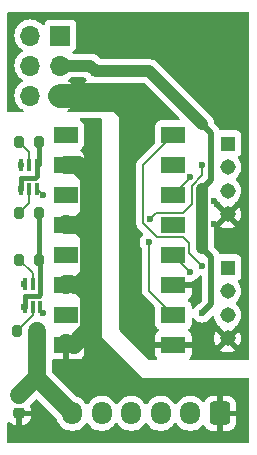
<source format=gtl>
%TF.GenerationSoftware,KiCad,Pcbnew,8.0.1*%
%TF.CreationDate,2024-08-07T00:37:21+09:00*%
%TF.ProjectId,insulation_board,696e7375-6c61-4746-996f-6e5f626f6172,rev?*%
%TF.SameCoordinates,Original*%
%TF.FileFunction,Copper,L1,Top*%
%TF.FilePolarity,Positive*%
%FSLAX46Y46*%
G04 Gerber Fmt 4.6, Leading zero omitted, Abs format (unit mm)*
G04 Created by KiCad (PCBNEW 8.0.1) date 2024-08-07 00:37:21*
%MOMM*%
%LPD*%
G01*
G04 APERTURE LIST*
G04 Aperture macros list*
%AMRoundRect*
0 Rectangle with rounded corners*
0 $1 Rounding radius*
0 $2 $3 $4 $5 $6 $7 $8 $9 X,Y pos of 4 corners*
0 Add a 4 corners polygon primitive as box body*
4,1,4,$2,$3,$4,$5,$6,$7,$8,$9,$2,$3,0*
0 Add four circle primitives for the rounded corners*
1,1,$1+$1,$2,$3*
1,1,$1+$1,$4,$5*
1,1,$1+$1,$6,$7*
1,1,$1+$1,$8,$9*
0 Add four rect primitives between the rounded corners*
20,1,$1+$1,$2,$3,$4,$5,0*
20,1,$1+$1,$4,$5,$6,$7,0*
20,1,$1+$1,$6,$7,$8,$9,0*
20,1,$1+$1,$8,$9,$2,$3,0*%
G04 Aperture macros list end*
%TA.AperFunction,SMDPad,CuDef*%
%ADD10R,0.450000X1.100000*%
%TD*%
%TA.AperFunction,ComponentPad*%
%ADD11R,1.308000X1.308000*%
%TD*%
%TA.AperFunction,ComponentPad*%
%ADD12C,1.308000*%
%TD*%
%TA.AperFunction,SMDPad,CuDef*%
%ADD13RoundRect,0.200000X0.200000X0.275000X-0.200000X0.275000X-0.200000X-0.275000X0.200000X-0.275000X0*%
%TD*%
%TA.AperFunction,SMDPad,CuDef*%
%ADD14RoundRect,0.225000X0.250000X-0.225000X0.250000X0.225000X-0.250000X0.225000X-0.250000X-0.225000X0*%
%TD*%
%TA.AperFunction,SMDPad,CuDef*%
%ADD15R,2.100000X1.450000*%
%TD*%
%TA.AperFunction,ComponentPad*%
%ADD16RoundRect,0.250000X0.600000X0.725000X-0.600000X0.725000X-0.600000X-0.725000X0.600000X-0.725000X0*%
%TD*%
%TA.AperFunction,ComponentPad*%
%ADD17O,1.700000X1.950000*%
%TD*%
%TA.AperFunction,SMDPad,CuDef*%
%ADD18RoundRect,0.225000X-0.250000X0.225000X-0.250000X-0.225000X0.250000X-0.225000X0.250000X0.225000X0*%
%TD*%
%TA.AperFunction,ComponentPad*%
%ADD19O,1.700000X1.700000*%
%TD*%
%TA.AperFunction,ComponentPad*%
%ADD20R,1.700000X1.700000*%
%TD*%
%TA.AperFunction,ViaPad*%
%ADD21C,0.600000*%
%TD*%
%TA.AperFunction,Conductor*%
%ADD22C,2.000000*%
%TD*%
%TA.AperFunction,Conductor*%
%ADD23C,1.000000*%
%TD*%
%TA.AperFunction,Conductor*%
%ADD24C,0.500000*%
%TD*%
%TA.AperFunction,Conductor*%
%ADD25C,1.500000*%
%TD*%
%TA.AperFunction,Conductor*%
%ADD26C,0.400000*%
%TD*%
%TA.AperFunction,Conductor*%
%ADD27C,0.200000*%
%TD*%
G04 APERTURE END LIST*
D10*
%TO.P,Q2,1,S2*%
%TO.N,+3V3*%
X165800000Y-66500000D03*
%TO.P,Q2,2,G2*%
%TO.N,Net-(Q2-G2)*%
X165150000Y-66500000D03*
%TO.P,Q2,3,D1*%
%TO.N,n_DIR_L*%
X164500000Y-66500000D03*
%TO.P,Q2,4,S1*%
%TO.N,+3V3*%
X164500000Y-68500000D03*
%TO.P,Q2,5,G1*%
%TO.N,Net-(Q2-G1)*%
X165150000Y-68500000D03*
%TO.P,Q2,6,D2*%
%TO.N,n_PWM_L*%
X165800000Y-68500000D03*
%TD*%
D11*
%TO.P,J4,1,1*%
%TO.N,AN2*%
X181650000Y-54650000D03*
D12*
%TO.P,J4,2,2*%
%TO.N,AN1*%
X181650000Y-56650000D03*
%TO.P,J4,3,3*%
%TO.N,unconnected-(J4-Pad3)*%
X181650000Y-58650000D03*
%TO.P,J4,4,4*%
%TO.N,GND*%
X181650000Y-60650000D03*
%TD*%
D13*
%TO.P,R9,1*%
%TO.N,+3V3*%
X165650000Y-54500000D03*
%TO.P,R9,2*%
%TO.N,Net-(Q1-G2)*%
X164000000Y-54500000D03*
%TD*%
D14*
%TO.P,C1,1*%
%TO.N,GND*%
X170500000Y-50050000D03*
%TO.P,C1,2*%
%TO.N,+5V*%
X170500000Y-48500000D03*
%TD*%
D10*
%TO.P,Q1,1,S2*%
%TO.N,+3V3*%
X165500000Y-56500000D03*
%TO.P,Q1,2,G2*%
%TO.N,Net-(Q1-G2)*%
X164850000Y-56500000D03*
%TO.P,Q1,3,D1*%
%TO.N,n_DIR_R*%
X164200000Y-56500000D03*
%TO.P,Q1,4,S1*%
%TO.N,+3V3*%
X164200000Y-58500000D03*
%TO.P,Q1,5,G1*%
%TO.N,Net-(Q1-G1)*%
X164850000Y-58500000D03*
%TO.P,Q1,6,D2*%
%TO.N,n_PWM_R*%
X165500000Y-58500000D03*
%TD*%
D15*
%TO.P,IC1,1,A_1*%
%TO.N,Net-(IC1-A_1)*%
X167950000Y-53920000D03*
%TO.P,IC1,2,K_1*%
%TO.N,GND2*%
X167950000Y-56460000D03*
%TO.P,IC1,3,A_2*%
%TO.N,Net-(IC1-A_2)*%
X167950000Y-59000000D03*
%TO.P,IC1,4,K_2*%
%TO.N,GND2*%
X167950000Y-61540000D03*
%TO.P,IC1,5,A_3*%
%TO.N,Net-(IC1-A_3)*%
X167950000Y-64080000D03*
%TO.P,IC1,6,K_3*%
%TO.N,GND2*%
X167950000Y-66620000D03*
%TO.P,IC1,7,A_4*%
%TO.N,Net-(IC1-A_4)*%
X167950000Y-69160000D03*
%TO.P,IC1,8,K_4*%
%TO.N,GND2*%
X167950000Y-71700000D03*
%TO.P,IC1,9,E_4*%
%TO.N,GND*%
X177050000Y-71700000D03*
%TO.P,IC1,10,C_4*%
%TO.N,AN1*%
X177050000Y-69160000D03*
%TO.P,IC1,11,E_3*%
%TO.N,GND*%
X177050000Y-66620000D03*
%TO.P,IC1,12,C_3*%
%TO.N,IN1*%
X177050000Y-64080000D03*
%TO.P,IC1,13,E_2*%
%TO.N,GND*%
X177050000Y-61540000D03*
%TO.P,IC1,14,C-2*%
%TO.N,AN2*%
X177050000Y-59000000D03*
%TO.P,IC1,15,E_1*%
%TO.N,GND*%
X177050000Y-56460000D03*
%TO.P,IC1,16,C_1*%
%TO.N,IN2*%
X177050000Y-53920000D03*
%TD*%
D13*
%TO.P,R15,1*%
%TO.N,+3V3*%
X165500000Y-70500000D03*
%TO.P,R15,2*%
%TO.N,Net-(Q2-G1)*%
X163850000Y-70500000D03*
%TD*%
D16*
%TO.P,J1,1,Pin_1*%
%TO.N,GND2*%
X181000000Y-77500000D03*
D17*
%TO.P,J1,2,Pin_2*%
%TO.N,DIR_R*%
X178500000Y-77500000D03*
%TO.P,J1,3,Pin_3*%
%TO.N,PWM_R*%
X176000000Y-77500000D03*
%TO.P,J1,4,Pin_4*%
%TO.N,DIR_L*%
X173500000Y-77500000D03*
%TO.P,J1,5,Pin_5*%
%TO.N,PWM_L*%
X171000000Y-77500000D03*
%TO.P,J1,6,Pin_6*%
%TO.N,+3V3*%
X168500000Y-77500000D03*
%TD*%
D18*
%TO.P,C2,1*%
%TO.N,+3V3*%
X164000000Y-75950000D03*
%TO.P,C2,2*%
%TO.N,GND2*%
X164000000Y-77500000D03*
%TD*%
D13*
%TO.P,R14,1*%
%TO.N,+3V3*%
X165650000Y-64500000D03*
%TO.P,R14,2*%
%TO.N,Net-(Q2-G2)*%
X164000000Y-64500000D03*
%TD*%
%TO.P,R12,1*%
%TO.N,+3V3*%
X165650000Y-60500000D03*
%TO.P,R12,2*%
%TO.N,Net-(Q1-G1)*%
X164000000Y-60500000D03*
%TD*%
D11*
%TO.P,J2,1,1*%
%TO.N,IN2*%
X181650000Y-65150000D03*
D12*
%TO.P,J2,2,2*%
%TO.N,IN1*%
X181650000Y-67150000D03*
%TO.P,J2,3,3*%
%TO.N,unconnected-(J2-Pad3)*%
X181650000Y-69150000D03*
%TO.P,J2,4,4*%
%TO.N,GND*%
X181650000Y-71150000D03*
%TD*%
D19*
%TO.P,J3,6,Pin_6*%
%TO.N,unconnected-(J3-Pin_6-Pad6)*%
X164960000Y-50580000D03*
%TO.P,J3,5,Pin_5*%
%TO.N,GND*%
X167500000Y-50580000D03*
%TO.P,J3,4,Pin_4*%
%TO.N,unconnected-(J3-Pin_4-Pad4)*%
X164960000Y-48040000D03*
%TO.P,J3,3,Pin_3*%
%TO.N,+5V*%
X167500000Y-48040000D03*
%TO.P,J3,2,Pin_2*%
%TO.N,unconnected-(J3-Pin_2-Pad2)*%
X164960000Y-45500000D03*
D20*
%TO.P,J3,1,Pin_1*%
%TO.N,unconnected-(J3-Pin_1-Pad1)*%
X167500000Y-45500000D03*
%TD*%
D21*
%TO.N,GND*%
X169500000Y-50500000D03*
X180500000Y-59500000D03*
X173500000Y-69000000D03*
X183000000Y-70000000D03*
X173000000Y-60500000D03*
X177000000Y-61500000D03*
X170500000Y-45000000D03*
X179500000Y-71000000D03*
X183000000Y-72500000D03*
X177000000Y-56500000D03*
X174500000Y-71000000D03*
X177000000Y-71500000D03*
X182000000Y-51500000D03*
X180500000Y-70000000D03*
X182500000Y-62000000D03*
X172000000Y-50500000D03*
X177000000Y-66500000D03*
X174000000Y-53000000D03*
X182500000Y-46000000D03*
X176500000Y-46000000D03*
X180500000Y-72500000D03*
X180500000Y-61500000D03*
X183000000Y-59500000D03*
%TO.N,+5V*%
X179500000Y-53000000D03*
X179500000Y-69000000D03*
X179500000Y-58500000D03*
X179500000Y-63500000D03*
%TO.N,Net-(IC1-A_2)*%
X168000000Y-59000000D03*
%TO.N,GND2*%
X168000000Y-66500000D03*
X168000000Y-56500000D03*
X164000000Y-77500000D03*
X164000000Y-79000000D03*
X181000000Y-79500000D03*
X168000000Y-61500000D03*
X181000000Y-75500000D03*
X169500000Y-76000000D03*
X168000000Y-71500000D03*
X165500000Y-78000000D03*
X183000000Y-77500000D03*
%TO.N,Net-(IC1-A_3)*%
X168000000Y-64000000D03*
%TO.N,Net-(IC1-A_1)*%
X168000000Y-54000000D03*
%TO.N,Net-(IC1-A_4)*%
X168000000Y-69000000D03*
%TO.N,+3V3*%
X165500000Y-70500000D03*
X164424998Y-68500000D03*
X164124998Y-58500000D03*
X165650000Y-60500000D03*
%TO.N,AN2*%
X178500000Y-57500000D03*
%TO.N,IN2*%
X179500000Y-65000000D03*
%TO.N,AN1*%
X175100000Y-61000000D03*
X179500000Y-56500000D03*
X175000000Y-63000000D03*
%TO.N,IN1*%
X178500000Y-65500000D03*
%TO.N,Net-(Q1-G1)*%
X164000000Y-60500000D03*
%TO.N,n_PWM_R*%
X166000000Y-59000000D03*
%TO.N,Net-(Q1-G2)*%
X164000000Y-54500000D03*
%TO.N,n_DIR_R*%
X164124998Y-56500000D03*
%TO.N,Net-(Q2-G2)*%
X164000000Y-64500000D03*
%TO.N,n_PWM_L*%
X166000000Y-69000000D03*
%TO.N,Net-(Q2-G1)*%
X163850000Y-70500000D03*
%TO.N,n_DIR_L*%
X164424998Y-66500000D03*
%TD*%
D22*
%TO.N,GND*%
X169500000Y-50500000D02*
X172000000Y-50500000D01*
X169420000Y-50580000D02*
X167500000Y-50580000D01*
X169500000Y-50500000D02*
X169420000Y-50580000D01*
D23*
%TO.N,+5V*%
X175000000Y-48500000D02*
X179500000Y-53000000D01*
X170040000Y-48040000D02*
X170500000Y-48500000D01*
X167500000Y-48040000D02*
X170040000Y-48040000D01*
D24*
X180250000Y-57750000D02*
X179500000Y-58500000D01*
D23*
X179500000Y-58500000D02*
X179500000Y-63500000D01*
X170500000Y-48500000D02*
X175000000Y-48500000D01*
D24*
X180250000Y-53750000D02*
X180250000Y-57750000D01*
X180250000Y-68250000D02*
X179500000Y-69000000D01*
X179500000Y-53000000D02*
X180250000Y-53750000D01*
X180250000Y-64250000D02*
X180250000Y-68250000D01*
X179500000Y-63500000D02*
X180250000Y-64250000D01*
D25*
%TO.N,GND2*%
X168000000Y-56500000D02*
X167960000Y-56460000D01*
X168040000Y-56460000D02*
X168000000Y-56500000D01*
X167960000Y-56460000D02*
X167950000Y-56460000D01*
X168960000Y-56460000D02*
X168040000Y-56460000D01*
X169085000Y-66620000D02*
X169950000Y-65755000D01*
X169950000Y-65755000D02*
X169950000Y-62405000D01*
X168000000Y-71500000D02*
X168635000Y-71700000D01*
X168040000Y-61540000D02*
X169085000Y-61540000D01*
X169950000Y-60675000D02*
X169950000Y-57450000D01*
X168000000Y-61500000D02*
X168040000Y-61540000D01*
X168000000Y-66500000D02*
X169085000Y-66620000D01*
X167950000Y-61540000D02*
X167960000Y-61540000D01*
X169085000Y-61540000D02*
X169950000Y-60675000D01*
X167950000Y-66620000D02*
X168000000Y-66500000D01*
X169950000Y-67485000D02*
X169085000Y-66620000D01*
X169950000Y-62405000D02*
X169085000Y-61540000D01*
X169950000Y-70385000D02*
X169950000Y-67485000D01*
X168635000Y-71700000D02*
X169950000Y-70385000D01*
X167950000Y-71700000D02*
X168000000Y-71500000D01*
X167960000Y-61540000D02*
X168000000Y-61500000D01*
X169950000Y-57450000D02*
X168960000Y-56460000D01*
D26*
%TO.N,+3V3*%
X164500000Y-67575000D02*
X164500000Y-68500000D01*
X165500000Y-57425000D02*
X165375000Y-57550000D01*
X165800000Y-64650000D02*
X165800000Y-66500000D01*
D25*
X168500000Y-77500000D02*
X165500000Y-74500000D01*
D26*
X164500000Y-68500000D02*
X164424998Y-68500000D01*
X164525000Y-67550000D02*
X164500000Y-67575000D01*
X165800000Y-67425000D02*
X165675000Y-67550000D01*
D25*
X165500000Y-74500000D02*
X165500000Y-70500000D01*
D26*
X165650000Y-54500000D02*
X165650000Y-56350000D01*
X164200000Y-57575000D02*
X164200000Y-58500000D01*
X165650000Y-64500000D02*
X165800000Y-64650000D01*
D25*
X165500000Y-70500000D02*
X165500000Y-74450000D01*
D26*
X164225000Y-57550000D02*
X164200000Y-57575000D01*
X165650000Y-56350000D02*
X165500000Y-56500000D01*
X165675000Y-67550000D02*
X164525000Y-67550000D01*
X165500000Y-56500000D02*
X165500000Y-57425000D01*
X165375000Y-57550000D02*
X164225000Y-57550000D01*
D25*
X165500000Y-74450000D02*
X164000000Y-75950000D01*
D26*
X165800000Y-66500000D02*
X165800000Y-67425000D01*
X165650000Y-60500000D02*
X165650000Y-64500000D01*
X164200000Y-58500000D02*
X164124998Y-58500000D01*
D27*
%TO.N,AN2*%
X178500000Y-57500000D02*
X178500000Y-57550000D01*
X178500000Y-57550000D02*
X177050000Y-59000000D01*
%TO.N,IN2*%
X178400000Y-63055000D02*
X177910000Y-62565000D01*
X178400000Y-63900000D02*
X178400000Y-63055000D01*
X175700000Y-62565000D02*
X174500000Y-61365000D01*
X179500000Y-65000000D02*
X178400000Y-63900000D01*
X174500000Y-56470000D02*
X177050000Y-53920000D01*
X174500000Y-61365000D02*
X174500000Y-56470000D01*
X177910000Y-62565000D02*
X175700000Y-62565000D01*
%TO.N,AN1*%
X179500000Y-56500000D02*
X179500000Y-57348529D01*
X179500000Y-57348529D02*
X178633968Y-58214561D01*
X175000000Y-67110000D02*
X177050000Y-69160000D01*
X178633968Y-59791032D02*
X177910000Y-60515000D01*
X178633968Y-58214561D02*
X178633968Y-59791032D01*
X175000000Y-63000000D02*
X175000000Y-67110000D01*
X175585000Y-60515000D02*
X175100000Y-61000000D01*
X177910000Y-60515000D02*
X175585000Y-60515000D01*
%TO.N,IN1*%
X178500000Y-65500000D02*
X178470000Y-65500000D01*
X178470000Y-65500000D02*
X177050000Y-64080000D01*
%TO.N,Net-(Q1-G1)*%
X164850000Y-58500000D02*
X164850000Y-59650000D01*
X164850000Y-59650000D02*
X164000000Y-60500000D01*
%TO.N,n_PWM_R*%
X165500000Y-58500000D02*
X166000000Y-59000000D01*
%TO.N,Net-(Q1-G2)*%
X164850000Y-56500000D02*
X164850000Y-55350000D01*
X164850000Y-55350000D02*
X164000000Y-54500000D01*
%TO.N,n_DIR_R*%
X164200000Y-56500000D02*
X164124998Y-56500000D01*
%TO.N,Net-(Q2-G2)*%
X164000000Y-64500000D02*
X165150000Y-65650000D01*
X165150000Y-65650000D02*
X165150000Y-66500000D01*
%TO.N,n_PWM_L*%
X165800000Y-68500000D02*
X165800000Y-68800000D01*
X165800000Y-68800000D02*
X166000000Y-69000000D01*
%TO.N,Net-(Q2-G1)*%
X163850000Y-70500000D02*
X165150000Y-69200000D01*
X165150000Y-69200000D02*
X165150000Y-68500000D01*
%TO.N,n_DIR_L*%
X164500000Y-66500000D02*
X164424998Y-66500000D01*
%TD*%
%TA.AperFunction,Conductor*%
%TO.N,GND2*%
G36*
X170943039Y-52519685D02*
G01*
X170988794Y-52572489D01*
X171000000Y-52624000D01*
X171000000Y-71000000D01*
X174500000Y-74500000D01*
X183375500Y-74500000D01*
X183442539Y-74519685D01*
X183488294Y-74572489D01*
X183499500Y-74624000D01*
X183499500Y-79875500D01*
X183479815Y-79942539D01*
X183427011Y-79988294D01*
X183375500Y-79999500D01*
X163124500Y-79999500D01*
X163057461Y-79979815D01*
X163011706Y-79927011D01*
X163000500Y-79875500D01*
X163000500Y-78300167D01*
X163020185Y-78233128D01*
X163072989Y-78187373D01*
X163142147Y-78177429D01*
X163205703Y-78206454D01*
X163212181Y-78212486D01*
X163297267Y-78297572D01*
X163297271Y-78297575D01*
X163441507Y-78386542D01*
X163441518Y-78386547D01*
X163602393Y-78439855D01*
X163701683Y-78449999D01*
X163749999Y-78449998D01*
X163750000Y-78449998D01*
X163750000Y-77750000D01*
X164250000Y-77750000D01*
X164250000Y-78449999D01*
X164298308Y-78449999D01*
X164298322Y-78449998D01*
X164397607Y-78439855D01*
X164558481Y-78386547D01*
X164558492Y-78386542D01*
X164702728Y-78297575D01*
X164702732Y-78297572D01*
X164822572Y-78177732D01*
X164822575Y-78177728D01*
X164911542Y-78033492D01*
X164911547Y-78033481D01*
X164964855Y-77872606D01*
X164974999Y-77773322D01*
X164975000Y-77773309D01*
X164975000Y-77750000D01*
X164250000Y-77750000D01*
X163750000Y-77750000D01*
X163750000Y-77374000D01*
X163769685Y-77306961D01*
X163822489Y-77261206D01*
X163874000Y-77250000D01*
X164974999Y-77250000D01*
X164974999Y-77226692D01*
X164974998Y-77226677D01*
X164964855Y-77127392D01*
X164911545Y-76966512D01*
X164902136Y-76951258D01*
X164883695Y-76883866D01*
X164904617Y-76817202D01*
X164919983Y-76798490D01*
X165387322Y-76331151D01*
X165448641Y-76297669D01*
X165518333Y-76302653D01*
X165562680Y-76331154D01*
X167166508Y-77934982D01*
X167196758Y-77984344D01*
X167248444Y-78143416D01*
X167344951Y-78332820D01*
X167469890Y-78504786D01*
X167620213Y-78655109D01*
X167792179Y-78780048D01*
X167792181Y-78780049D01*
X167792184Y-78780051D01*
X167981588Y-78876557D01*
X168183757Y-78942246D01*
X168393713Y-78975500D01*
X168393714Y-78975500D01*
X168606286Y-78975500D01*
X168606287Y-78975500D01*
X168816243Y-78942246D01*
X169018412Y-78876557D01*
X169207816Y-78780051D01*
X169229789Y-78764086D01*
X169379786Y-78655109D01*
X169379788Y-78655106D01*
X169379792Y-78655104D01*
X169530104Y-78504792D01*
X169649683Y-78340204D01*
X169705011Y-78297540D01*
X169774624Y-78291561D01*
X169836420Y-78324166D01*
X169850313Y-78340199D01*
X169883987Y-78386547D01*
X169969896Y-78504792D01*
X170120213Y-78655109D01*
X170292179Y-78780048D01*
X170292181Y-78780049D01*
X170292184Y-78780051D01*
X170481588Y-78876557D01*
X170683757Y-78942246D01*
X170893713Y-78975500D01*
X170893714Y-78975500D01*
X171106286Y-78975500D01*
X171106287Y-78975500D01*
X171316243Y-78942246D01*
X171518412Y-78876557D01*
X171707816Y-78780051D01*
X171729789Y-78764086D01*
X171879786Y-78655109D01*
X171879788Y-78655106D01*
X171879792Y-78655104D01*
X172030104Y-78504792D01*
X172149683Y-78340204D01*
X172205011Y-78297540D01*
X172274624Y-78291561D01*
X172336420Y-78324166D01*
X172350313Y-78340199D01*
X172383987Y-78386547D01*
X172469896Y-78504792D01*
X172620213Y-78655109D01*
X172792179Y-78780048D01*
X172792181Y-78780049D01*
X172792184Y-78780051D01*
X172981588Y-78876557D01*
X173183757Y-78942246D01*
X173393713Y-78975500D01*
X173393714Y-78975500D01*
X173606286Y-78975500D01*
X173606287Y-78975500D01*
X173816243Y-78942246D01*
X174018412Y-78876557D01*
X174207816Y-78780051D01*
X174229789Y-78764086D01*
X174379786Y-78655109D01*
X174379788Y-78655106D01*
X174379792Y-78655104D01*
X174530104Y-78504792D01*
X174649683Y-78340204D01*
X174705011Y-78297540D01*
X174774624Y-78291561D01*
X174836420Y-78324166D01*
X174850313Y-78340199D01*
X174883987Y-78386547D01*
X174969896Y-78504792D01*
X175120213Y-78655109D01*
X175292179Y-78780048D01*
X175292181Y-78780049D01*
X175292184Y-78780051D01*
X175481588Y-78876557D01*
X175683757Y-78942246D01*
X175893713Y-78975500D01*
X175893714Y-78975500D01*
X176106286Y-78975500D01*
X176106287Y-78975500D01*
X176316243Y-78942246D01*
X176518412Y-78876557D01*
X176707816Y-78780051D01*
X176729789Y-78764086D01*
X176879786Y-78655109D01*
X176879788Y-78655106D01*
X176879792Y-78655104D01*
X177030104Y-78504792D01*
X177149683Y-78340204D01*
X177205011Y-78297540D01*
X177274624Y-78291561D01*
X177336420Y-78324166D01*
X177350313Y-78340199D01*
X177383987Y-78386547D01*
X177469896Y-78504792D01*
X177620213Y-78655109D01*
X177792179Y-78780048D01*
X177792181Y-78780049D01*
X177792184Y-78780051D01*
X177981588Y-78876557D01*
X178183757Y-78942246D01*
X178393713Y-78975500D01*
X178393714Y-78975500D01*
X178606286Y-78975500D01*
X178606287Y-78975500D01*
X178816243Y-78942246D01*
X179018412Y-78876557D01*
X179207816Y-78780051D01*
X179265141Y-78738402D01*
X179379784Y-78655110D01*
X179379784Y-78655109D01*
X179379792Y-78655104D01*
X179518967Y-78515928D01*
X179580286Y-78482446D01*
X179649978Y-78487430D01*
X179705912Y-78529301D01*
X179712184Y-78538515D01*
X179807684Y-78693345D01*
X179931654Y-78817315D01*
X180080875Y-78909356D01*
X180080880Y-78909358D01*
X180247302Y-78964505D01*
X180247309Y-78964506D01*
X180350019Y-78974999D01*
X180749999Y-78974999D01*
X180750000Y-78974998D01*
X180750000Y-77904145D01*
X180816657Y-77942630D01*
X180937465Y-77975000D01*
X181062535Y-77975000D01*
X181183343Y-77942630D01*
X181250000Y-77904145D01*
X181250000Y-78974999D01*
X181649972Y-78974999D01*
X181649986Y-78974998D01*
X181752697Y-78964505D01*
X181919119Y-78909358D01*
X181919124Y-78909356D01*
X182068345Y-78817315D01*
X182192315Y-78693345D01*
X182284356Y-78544124D01*
X182284358Y-78544119D01*
X182339505Y-78377697D01*
X182339506Y-78377690D01*
X182349999Y-78274986D01*
X182350000Y-78274973D01*
X182350000Y-77750000D01*
X181404146Y-77750000D01*
X181442630Y-77683343D01*
X181475000Y-77562535D01*
X181475000Y-77437465D01*
X181442630Y-77316657D01*
X181404146Y-77250000D01*
X182349999Y-77250000D01*
X182349999Y-76725028D01*
X182349998Y-76725013D01*
X182339505Y-76622302D01*
X182284358Y-76455880D01*
X182284356Y-76455875D01*
X182192315Y-76306654D01*
X182068345Y-76182684D01*
X181919124Y-76090643D01*
X181919119Y-76090641D01*
X181752697Y-76035494D01*
X181752690Y-76035493D01*
X181649986Y-76025000D01*
X181250000Y-76025000D01*
X181250000Y-77095854D01*
X181183343Y-77057370D01*
X181062535Y-77025000D01*
X180937465Y-77025000D01*
X180816657Y-77057370D01*
X180750000Y-77095854D01*
X180750000Y-76025000D01*
X180350028Y-76025000D01*
X180350012Y-76025001D01*
X180247302Y-76035494D01*
X180080880Y-76090641D01*
X180080875Y-76090643D01*
X179931654Y-76182684D01*
X179807683Y-76306655D01*
X179807680Y-76306659D01*
X179712183Y-76461484D01*
X179660235Y-76508209D01*
X179591273Y-76519430D01*
X179527191Y-76491587D01*
X179518964Y-76484068D01*
X179379786Y-76344890D01*
X179207820Y-76219951D01*
X179018414Y-76123444D01*
X179018413Y-76123443D01*
X179018412Y-76123443D01*
X178816243Y-76057754D01*
X178816241Y-76057753D01*
X178816240Y-76057753D01*
X178654957Y-76032208D01*
X178606287Y-76024500D01*
X178393713Y-76024500D01*
X178345042Y-76032208D01*
X178183760Y-76057753D01*
X177981585Y-76123444D01*
X177792179Y-76219951D01*
X177620213Y-76344890D01*
X177469894Y-76495209D01*
X177469890Y-76495214D01*
X177350318Y-76659793D01*
X177294989Y-76702459D01*
X177225375Y-76708438D01*
X177163580Y-76675833D01*
X177149682Y-76659793D01*
X177030109Y-76495214D01*
X177030105Y-76495209D01*
X176879786Y-76344890D01*
X176707820Y-76219951D01*
X176518414Y-76123444D01*
X176518413Y-76123443D01*
X176518412Y-76123443D01*
X176316243Y-76057754D01*
X176316241Y-76057753D01*
X176316240Y-76057753D01*
X176154957Y-76032208D01*
X176106287Y-76024500D01*
X175893713Y-76024500D01*
X175845042Y-76032208D01*
X175683760Y-76057753D01*
X175481585Y-76123444D01*
X175292179Y-76219951D01*
X175120213Y-76344890D01*
X174969894Y-76495209D01*
X174969890Y-76495214D01*
X174850318Y-76659793D01*
X174794989Y-76702459D01*
X174725375Y-76708438D01*
X174663580Y-76675833D01*
X174649682Y-76659793D01*
X174530109Y-76495214D01*
X174530105Y-76495209D01*
X174379786Y-76344890D01*
X174207820Y-76219951D01*
X174018414Y-76123444D01*
X174018413Y-76123443D01*
X174018412Y-76123443D01*
X173816243Y-76057754D01*
X173816241Y-76057753D01*
X173816240Y-76057753D01*
X173654957Y-76032208D01*
X173606287Y-76024500D01*
X173393713Y-76024500D01*
X173345042Y-76032208D01*
X173183760Y-76057753D01*
X172981585Y-76123444D01*
X172792179Y-76219951D01*
X172620213Y-76344890D01*
X172469894Y-76495209D01*
X172469890Y-76495214D01*
X172350318Y-76659793D01*
X172294989Y-76702459D01*
X172225375Y-76708438D01*
X172163580Y-76675833D01*
X172149682Y-76659793D01*
X172030109Y-76495214D01*
X172030105Y-76495209D01*
X171879786Y-76344890D01*
X171707820Y-76219951D01*
X171518414Y-76123444D01*
X171518413Y-76123443D01*
X171518412Y-76123443D01*
X171316243Y-76057754D01*
X171316241Y-76057753D01*
X171316240Y-76057753D01*
X171154957Y-76032208D01*
X171106287Y-76024500D01*
X170893713Y-76024500D01*
X170845042Y-76032208D01*
X170683760Y-76057753D01*
X170481585Y-76123444D01*
X170292179Y-76219951D01*
X170120213Y-76344890D01*
X169969894Y-76495209D01*
X169969890Y-76495214D01*
X169850318Y-76659793D01*
X169794989Y-76702459D01*
X169725375Y-76708438D01*
X169663580Y-76675833D01*
X169649682Y-76659793D01*
X169530109Y-76495214D01*
X169530105Y-76495209D01*
X169379786Y-76344890D01*
X169207820Y-76219951D01*
X169018416Y-76123444D01*
X168859344Y-76071758D01*
X168809982Y-76041508D01*
X166786819Y-74018345D01*
X166753334Y-73957022D01*
X166750500Y-73930664D01*
X166750500Y-73049000D01*
X166770185Y-72981961D01*
X166822989Y-72936206D01*
X166874500Y-72925000D01*
X167700000Y-72925000D01*
X167700000Y-71950000D01*
X168200000Y-71950000D01*
X168200000Y-72925000D01*
X169047828Y-72925000D01*
X169047844Y-72924999D01*
X169107372Y-72918598D01*
X169107379Y-72918596D01*
X169242086Y-72868354D01*
X169242093Y-72868350D01*
X169357187Y-72782190D01*
X169357190Y-72782187D01*
X169443350Y-72667093D01*
X169443354Y-72667086D01*
X169493596Y-72532379D01*
X169493598Y-72532372D01*
X169499999Y-72472844D01*
X169500000Y-72472827D01*
X169500000Y-71950000D01*
X168200000Y-71950000D01*
X167700000Y-71950000D01*
X167700000Y-71574000D01*
X167719685Y-71506961D01*
X167772489Y-71461206D01*
X167824000Y-71450000D01*
X169500000Y-71450000D01*
X169500000Y-70927172D01*
X169499999Y-70927155D01*
X169493598Y-70867627D01*
X169493596Y-70867620D01*
X169443354Y-70732913D01*
X169443350Y-70732906D01*
X169357190Y-70617812D01*
X169357187Y-70617809D01*
X169239326Y-70529578D01*
X169197455Y-70473645D01*
X169192471Y-70403953D01*
X169225956Y-70342630D01*
X169239326Y-70331045D01*
X169242329Y-70328796D01*
X169242331Y-70328796D01*
X169357546Y-70242546D01*
X169443796Y-70127331D01*
X169494091Y-69992483D01*
X169500500Y-69932873D01*
X169500499Y-68387128D01*
X169494091Y-68327517D01*
X169491565Y-68320745D01*
X169443797Y-68192671D01*
X169443793Y-68192664D01*
X169357547Y-68077455D01*
X169354612Y-68075258D01*
X169247306Y-67994928D01*
X169239325Y-67988953D01*
X169197455Y-67933019D01*
X169192471Y-67863327D01*
X169225957Y-67802005D01*
X169239326Y-67790420D01*
X169357191Y-67702186D01*
X169443350Y-67587093D01*
X169443354Y-67587086D01*
X169493596Y-67452379D01*
X169493598Y-67452372D01*
X169499999Y-67392844D01*
X169500000Y-67392827D01*
X169500000Y-66870000D01*
X167824000Y-66870000D01*
X167756961Y-66850315D01*
X167711206Y-66797511D01*
X167700000Y-66746000D01*
X167700000Y-66494000D01*
X167719685Y-66426961D01*
X167772489Y-66381206D01*
X167824000Y-66370000D01*
X169500000Y-66370000D01*
X169500000Y-65847172D01*
X169499999Y-65847155D01*
X169493598Y-65787627D01*
X169493596Y-65787620D01*
X169443354Y-65652913D01*
X169443350Y-65652906D01*
X169357190Y-65537812D01*
X169357187Y-65537809D01*
X169239326Y-65449578D01*
X169197455Y-65393645D01*
X169192471Y-65323953D01*
X169225956Y-65262630D01*
X169239326Y-65251045D01*
X169242329Y-65248796D01*
X169242331Y-65248796D01*
X169357546Y-65162546D01*
X169443796Y-65047331D01*
X169494091Y-64912483D01*
X169500500Y-64852873D01*
X169500499Y-63307128D01*
X169494091Y-63247517D01*
X169443796Y-63112669D01*
X169443795Y-63112668D01*
X169443793Y-63112664D01*
X169357547Y-62997455D01*
X169239325Y-62908953D01*
X169197455Y-62853019D01*
X169192471Y-62783327D01*
X169225957Y-62722005D01*
X169239326Y-62710420D01*
X169357191Y-62622186D01*
X169443350Y-62507093D01*
X169443354Y-62507086D01*
X169493596Y-62372379D01*
X169493598Y-62372372D01*
X169499999Y-62312844D01*
X169500000Y-62312827D01*
X169500000Y-61790000D01*
X167824000Y-61790000D01*
X167756961Y-61770315D01*
X167711206Y-61717511D01*
X167700000Y-61666000D01*
X167700000Y-61414000D01*
X167719685Y-61346961D01*
X167772489Y-61301206D01*
X167824000Y-61290000D01*
X169500000Y-61290000D01*
X169500000Y-60767172D01*
X169499999Y-60767155D01*
X169493598Y-60707627D01*
X169493596Y-60707620D01*
X169443354Y-60572913D01*
X169443350Y-60572906D01*
X169357190Y-60457812D01*
X169357187Y-60457809D01*
X169239326Y-60369578D01*
X169197455Y-60313645D01*
X169192471Y-60243953D01*
X169225956Y-60182630D01*
X169239326Y-60171045D01*
X169242329Y-60168796D01*
X169242331Y-60168796D01*
X169357546Y-60082546D01*
X169443796Y-59967331D01*
X169494091Y-59832483D01*
X169500500Y-59772873D01*
X169500499Y-58227128D01*
X169494091Y-58167517D01*
X169466308Y-58093028D01*
X169443797Y-58032671D01*
X169443793Y-58032664D01*
X169357547Y-57917455D01*
X169239325Y-57828953D01*
X169197455Y-57773019D01*
X169192471Y-57703327D01*
X169225957Y-57642005D01*
X169239326Y-57630420D01*
X169357191Y-57542186D01*
X169443350Y-57427093D01*
X169443354Y-57427086D01*
X169493596Y-57292379D01*
X169493598Y-57292372D01*
X169499999Y-57232844D01*
X169500000Y-57232827D01*
X169500000Y-56710000D01*
X167824000Y-56710000D01*
X167756961Y-56690315D01*
X167711206Y-56637511D01*
X167700000Y-56586000D01*
X167700000Y-56334000D01*
X167719685Y-56266961D01*
X167772489Y-56221206D01*
X167824000Y-56210000D01*
X169500000Y-56210000D01*
X169500000Y-55687172D01*
X169499999Y-55687155D01*
X169493598Y-55627627D01*
X169493596Y-55627620D01*
X169443354Y-55492913D01*
X169443350Y-55492906D01*
X169357190Y-55377812D01*
X169357187Y-55377809D01*
X169239326Y-55289578D01*
X169197455Y-55233645D01*
X169192471Y-55163953D01*
X169225956Y-55102630D01*
X169239326Y-55091045D01*
X169242329Y-55088796D01*
X169242331Y-55088796D01*
X169357546Y-55002546D01*
X169443796Y-54887331D01*
X169494091Y-54752483D01*
X169500500Y-54692873D01*
X169500499Y-53147128D01*
X169494091Y-53087517D01*
X169461449Y-53000000D01*
X169443797Y-52952671D01*
X169443793Y-52952664D01*
X169357547Y-52837455D01*
X169357544Y-52837452D01*
X169242335Y-52751206D01*
X169242326Y-52751201D01*
X169212781Y-52740182D01*
X169156847Y-52698311D01*
X169132429Y-52632847D01*
X169147280Y-52564574D01*
X169196685Y-52515168D01*
X169256113Y-52500000D01*
X170876000Y-52500000D01*
X170943039Y-52519685D01*
G37*
%TD.AperFunction*%
%TD*%
%TA.AperFunction,Conductor*%
%TO.N,GND*%
G36*
X183442539Y-43519685D02*
G01*
X183488294Y-43572489D01*
X183499500Y-43624000D01*
X183499500Y-72876000D01*
X183479815Y-72943039D01*
X183427011Y-72988794D01*
X183375500Y-73000000D01*
X178538740Y-73000000D01*
X178471701Y-72980315D01*
X178425946Y-72927511D01*
X178416002Y-72858353D01*
X178445027Y-72794797D01*
X178451059Y-72788319D01*
X178457190Y-72782187D01*
X178543350Y-72667093D01*
X178543354Y-72667086D01*
X178593596Y-72532379D01*
X178593598Y-72532372D01*
X178599999Y-72472844D01*
X178600000Y-72472827D01*
X178600000Y-71950000D01*
X175500000Y-71950000D01*
X175500000Y-72472844D01*
X175506401Y-72532372D01*
X175506403Y-72532379D01*
X175556645Y-72667086D01*
X175556649Y-72667093D01*
X175642809Y-72782187D01*
X175648941Y-72788319D01*
X175682426Y-72849642D01*
X175677442Y-72919334D01*
X175635570Y-72975267D01*
X175570106Y-72999684D01*
X175561260Y-73000000D01*
X175051362Y-73000000D01*
X174984323Y-72980315D01*
X174963681Y-72963681D01*
X172536319Y-70536319D01*
X172502834Y-70474996D01*
X172500000Y-70448638D01*
X172500000Y-52500000D01*
X172000000Y-52000000D01*
X168208500Y-52000000D01*
X168141461Y-51980315D01*
X168095706Y-51927511D01*
X168085762Y-51858353D01*
X168114787Y-51794797D01*
X168156095Y-51763618D01*
X168177578Y-51753600D01*
X168371082Y-51618105D01*
X168538105Y-51451082D01*
X168673600Y-51257578D01*
X168773429Y-51043492D01*
X168773432Y-51043486D01*
X168830636Y-50830000D01*
X167933012Y-50830000D01*
X167965925Y-50772993D01*
X168000000Y-50645826D01*
X168000000Y-50514174D01*
X167965925Y-50387007D01*
X167933012Y-50330000D01*
X168830636Y-50330000D01*
X168830635Y-50329999D01*
X168822597Y-50300000D01*
X169525001Y-50300000D01*
X169525001Y-50323322D01*
X169535144Y-50422607D01*
X169588452Y-50583481D01*
X169588457Y-50583492D01*
X169677424Y-50727728D01*
X169677427Y-50727732D01*
X169797267Y-50847572D01*
X169797271Y-50847575D01*
X169941507Y-50936542D01*
X169941518Y-50936547D01*
X170102393Y-50989855D01*
X170201683Y-50999999D01*
X170249999Y-50999998D01*
X170250000Y-50999998D01*
X170250000Y-50300000D01*
X170750000Y-50300000D01*
X170750000Y-50999999D01*
X170798308Y-50999999D01*
X170798322Y-50999998D01*
X170897607Y-50989855D01*
X171058481Y-50936547D01*
X171058492Y-50936542D01*
X171202728Y-50847575D01*
X171202732Y-50847572D01*
X171322572Y-50727732D01*
X171322575Y-50727728D01*
X171411542Y-50583492D01*
X171411547Y-50583481D01*
X171464855Y-50422606D01*
X171474999Y-50323322D01*
X171475000Y-50323309D01*
X171475000Y-50300000D01*
X170750000Y-50300000D01*
X170250000Y-50300000D01*
X169525001Y-50300000D01*
X168822597Y-50300000D01*
X168773432Y-50116513D01*
X168773429Y-50116507D01*
X168673600Y-49902422D01*
X168673599Y-49902420D01*
X168538113Y-49708926D01*
X168538108Y-49708920D01*
X168371078Y-49541890D01*
X168185405Y-49411879D01*
X168141780Y-49357302D01*
X168134588Y-49287804D01*
X168166110Y-49225449D01*
X168185406Y-49208730D01*
X168341541Y-49099403D01*
X168371401Y-49078495D01*
X168373077Y-49076819D01*
X168373995Y-49076317D01*
X168375544Y-49075018D01*
X168375805Y-49075329D01*
X168434400Y-49043334D01*
X168460758Y-49040500D01*
X169522987Y-49040500D01*
X169590026Y-49060185D01*
X169628525Y-49099403D01*
X169677029Y-49178040D01*
X169677032Y-49178044D01*
X169686660Y-49187672D01*
X169720145Y-49248995D01*
X169715161Y-49318687D01*
X169686663Y-49363031D01*
X169677428Y-49372265D01*
X169677424Y-49372271D01*
X169588457Y-49516507D01*
X169588452Y-49516518D01*
X169535144Y-49677393D01*
X169525000Y-49776677D01*
X169525000Y-49800000D01*
X171474999Y-49800000D01*
X171474999Y-49776692D01*
X171474998Y-49776677D01*
X171464855Y-49677393D01*
X171460253Y-49663502D01*
X171457853Y-49593673D01*
X171493586Y-49533632D01*
X171556107Y-49502441D01*
X171577960Y-49500500D01*
X174534218Y-49500500D01*
X174601257Y-49520185D01*
X174621899Y-49536819D01*
X177567899Y-52482819D01*
X177601384Y-52544142D01*
X177596400Y-52613834D01*
X177554528Y-52669767D01*
X177489064Y-52694184D01*
X177480218Y-52694500D01*
X175952129Y-52694500D01*
X175952123Y-52694501D01*
X175892516Y-52700908D01*
X175757671Y-52751202D01*
X175757664Y-52751206D01*
X175642455Y-52837452D01*
X175642452Y-52837455D01*
X175556206Y-52952664D01*
X175556202Y-52952671D01*
X175505908Y-53087517D01*
X175499501Y-53147116D01*
X175499500Y-53147135D01*
X175499500Y-54569901D01*
X175479815Y-54636940D01*
X175463181Y-54657582D01*
X174131286Y-55989478D01*
X174019481Y-56101282D01*
X174019477Y-56101287D01*
X173981439Y-56167173D01*
X173981439Y-56167174D01*
X173940423Y-56238214D01*
X173940423Y-56238215D01*
X173899499Y-56390943D01*
X173899499Y-56390945D01*
X173899499Y-56559046D01*
X173899500Y-56559059D01*
X173899500Y-61278330D01*
X173899499Y-61278348D01*
X173899499Y-61444054D01*
X173899498Y-61444054D01*
X173940424Y-61596789D01*
X173940425Y-61596790D01*
X173958922Y-61628827D01*
X173958923Y-61628828D01*
X173992764Y-61687443D01*
X174019481Y-61733717D01*
X174138349Y-61852585D01*
X174138355Y-61852590D01*
X174489162Y-62203397D01*
X174522647Y-62264720D01*
X174517663Y-62334412D01*
X174489163Y-62378759D01*
X174370183Y-62497739D01*
X174274211Y-62650476D01*
X174214631Y-62820745D01*
X174214630Y-62820750D01*
X174194435Y-62999996D01*
X174194435Y-63000003D01*
X174214630Y-63179249D01*
X174214631Y-63179254D01*
X174274211Y-63349523D01*
X174370185Y-63502263D01*
X174372445Y-63505097D01*
X174373334Y-63507275D01*
X174373889Y-63508158D01*
X174373734Y-63508255D01*
X174398855Y-63569783D01*
X174399500Y-63582412D01*
X174399500Y-67023330D01*
X174399499Y-67023348D01*
X174399499Y-67189054D01*
X174399498Y-67189054D01*
X174440424Y-67341787D01*
X174457100Y-67370670D01*
X174457101Y-67370672D01*
X174519477Y-67478712D01*
X174519481Y-67478717D01*
X174638349Y-67597585D01*
X174638355Y-67597590D01*
X175463181Y-68422416D01*
X175496666Y-68483739D01*
X175499500Y-68510097D01*
X175499500Y-69932870D01*
X175499501Y-69932876D01*
X175505908Y-69992483D01*
X175556202Y-70127328D01*
X175556206Y-70127335D01*
X175642452Y-70242544D01*
X175642453Y-70242544D01*
X175642454Y-70242546D01*
X175672696Y-70265185D01*
X175760674Y-70331046D01*
X175802544Y-70386980D01*
X175807528Y-70456671D01*
X175774042Y-70517994D01*
X175760674Y-70529578D01*
X175642809Y-70617812D01*
X175556649Y-70732906D01*
X175556645Y-70732913D01*
X175506403Y-70867620D01*
X175506401Y-70867627D01*
X175500000Y-70927155D01*
X175500000Y-71450000D01*
X178600000Y-71450000D01*
X178600000Y-70927172D01*
X178599999Y-70927155D01*
X178593598Y-70867627D01*
X178593596Y-70867620D01*
X178543354Y-70732913D01*
X178543350Y-70732906D01*
X178457190Y-70617812D01*
X178457187Y-70617809D01*
X178339326Y-70529578D01*
X178297455Y-70473645D01*
X178292471Y-70403953D01*
X178325956Y-70342630D01*
X178339326Y-70331045D01*
X178342329Y-70328796D01*
X178342331Y-70328796D01*
X178457546Y-70242546D01*
X178543796Y-70127331D01*
X178594091Y-69992483D01*
X178600500Y-69932873D01*
X178600499Y-69503472D01*
X178620183Y-69436436D01*
X178672987Y-69390681D01*
X178742146Y-69380737D01*
X178805702Y-69409762D01*
X178829492Y-69437502D01*
X178870182Y-69502260D01*
X178870184Y-69502262D01*
X178997738Y-69629816D01*
X179150478Y-69725789D01*
X179249305Y-69760370D01*
X179320745Y-69785368D01*
X179320750Y-69785369D01*
X179499996Y-69805565D01*
X179500000Y-69805565D01*
X179500004Y-69805565D01*
X179679249Y-69785369D01*
X179679252Y-69785368D01*
X179679255Y-69785368D01*
X179849522Y-69725789D01*
X180002262Y-69629816D01*
X180129816Y-69502262D01*
X180225789Y-69349522D01*
X180225792Y-69349510D01*
X180228810Y-69343248D01*
X180230650Y-69344134D01*
X180253305Y-69308061D01*
X180297061Y-69264305D01*
X180358382Y-69230822D01*
X180428074Y-69235806D01*
X180484007Y-69277678D01*
X180508211Y-69340547D01*
X180510295Y-69363047D01*
X180510296Y-69363050D01*
X180568846Y-69568835D01*
X180568849Y-69568841D01*
X180664219Y-69760370D01*
X180793160Y-69931115D01*
X180951275Y-70075256D01*
X180968792Y-70086102D01*
X181015428Y-70138130D01*
X181020166Y-70166612D01*
X181603554Y-70750000D01*
X181597339Y-70750000D01*
X181495606Y-70777259D01*
X181404394Y-70829920D01*
X181329920Y-70904394D01*
X181277259Y-70995606D01*
X181250000Y-71097339D01*
X181250000Y-71103553D01*
X180673980Y-70527533D01*
X180664646Y-70539893D01*
X180569321Y-70731330D01*
X180569315Y-70731345D01*
X180510789Y-70937043D01*
X180510788Y-70937045D01*
X180491056Y-71149999D01*
X180491056Y-71150000D01*
X180510788Y-71362954D01*
X180510789Y-71362956D01*
X180569315Y-71568654D01*
X180569321Y-71568669D01*
X180664642Y-71760099D01*
X180664647Y-71760107D01*
X180673980Y-71772465D01*
X181250000Y-71196445D01*
X181250000Y-71202661D01*
X181277259Y-71304394D01*
X181329920Y-71395606D01*
X181404394Y-71470080D01*
X181495606Y-71522741D01*
X181597339Y-71550000D01*
X181603553Y-71550000D01*
X181030086Y-72123465D01*
X181133413Y-72187443D01*
X181133414Y-72187444D01*
X181332837Y-72264700D01*
X181543068Y-72304000D01*
X181756932Y-72304000D01*
X181967162Y-72264700D01*
X182166585Y-72187444D01*
X182166589Y-72187442D01*
X182269911Y-72123466D01*
X182269911Y-72123465D01*
X181696448Y-71550000D01*
X181702661Y-71550000D01*
X181804394Y-71522741D01*
X181895606Y-71470080D01*
X181970080Y-71395606D01*
X182022741Y-71304394D01*
X182050000Y-71202661D01*
X182050000Y-71196446D01*
X182626018Y-71772464D01*
X182626019Y-71772464D01*
X182635352Y-71760107D01*
X182635355Y-71760102D01*
X182730678Y-71568669D01*
X182730684Y-71568654D01*
X182789210Y-71362956D01*
X182789211Y-71362954D01*
X182808944Y-71150000D01*
X182808944Y-71149999D01*
X182789211Y-70937045D01*
X182789210Y-70937043D01*
X182730684Y-70731345D01*
X182730678Y-70731330D01*
X182635357Y-70539901D01*
X182635355Y-70539898D01*
X182626018Y-70527534D01*
X182050000Y-71103552D01*
X182050000Y-71097339D01*
X182022741Y-70995606D01*
X181970080Y-70904394D01*
X181895606Y-70829920D01*
X181804394Y-70777259D01*
X181702661Y-70750000D01*
X181696447Y-70750000D01*
X182280087Y-70166357D01*
X182285137Y-70136959D01*
X182331203Y-70086105D01*
X182348722Y-70075258D01*
X182506841Y-69931114D01*
X182635781Y-69760370D01*
X182731151Y-69568840D01*
X182731151Y-69568837D01*
X182731153Y-69568835D01*
X182768823Y-69436436D01*
X182789704Y-69363048D01*
X182809446Y-69150000D01*
X182789704Y-68936952D01*
X182764828Y-68849522D01*
X182731153Y-68731164D01*
X182731150Y-68731158D01*
X182635781Y-68539630D01*
X182506841Y-68368886D01*
X182367251Y-68241633D01*
X182330973Y-68181927D01*
X182332733Y-68112079D01*
X182367251Y-68058366D01*
X182506841Y-67931114D01*
X182635781Y-67760370D01*
X182731151Y-67568840D01*
X182731151Y-67568837D01*
X182731153Y-67568835D01*
X182781231Y-67392827D01*
X182789704Y-67363048D01*
X182809446Y-67150000D01*
X182801227Y-67061309D01*
X182789704Y-66936952D01*
X182789703Y-66936949D01*
X182731153Y-66731164D01*
X182731150Y-66731158D01*
X182635781Y-66539630D01*
X182537724Y-66409782D01*
X182513033Y-66344422D01*
X182527598Y-66276087D01*
X182562366Y-66235791D01*
X182661546Y-66161546D01*
X182747796Y-66046331D01*
X182798091Y-65911483D01*
X182804500Y-65851873D01*
X182804499Y-64448128D01*
X182798091Y-64388517D01*
X182747796Y-64253669D01*
X182747795Y-64253668D01*
X182747793Y-64253664D01*
X182661547Y-64138455D01*
X182661544Y-64138452D01*
X182546335Y-64052206D01*
X182546328Y-64052202D01*
X182411482Y-64001908D01*
X182411483Y-64001908D01*
X182351883Y-63995501D01*
X182351881Y-63995500D01*
X182351873Y-63995500D01*
X182351865Y-63995500D01*
X181039771Y-63995500D01*
X180972732Y-63975815D01*
X180926977Y-63923011D01*
X180925224Y-63918985D01*
X180915084Y-63894505D01*
X180841142Y-63783843D01*
X180832954Y-63771588D01*
X180832953Y-63771587D01*
X180832951Y-63771584D01*
X180728416Y-63667049D01*
X180642889Y-63581522D01*
X180536819Y-63475451D01*
X180503334Y-63414128D01*
X180500500Y-63387770D01*
X180500500Y-61393328D01*
X180520185Y-61326289D01*
X180572989Y-61280534D01*
X180633088Y-61269626D01*
X180673981Y-61272464D01*
X181250000Y-60696445D01*
X181250000Y-60702661D01*
X181277259Y-60804394D01*
X181329920Y-60895606D01*
X181404394Y-60970080D01*
X181495606Y-61022741D01*
X181597339Y-61050000D01*
X181603553Y-61050000D01*
X181030086Y-61623465D01*
X181133413Y-61687443D01*
X181133414Y-61687444D01*
X181332837Y-61764700D01*
X181543068Y-61804000D01*
X181756932Y-61804000D01*
X181967162Y-61764700D01*
X182166585Y-61687444D01*
X182166589Y-61687442D01*
X182269911Y-61623466D01*
X182269911Y-61623465D01*
X181696448Y-61050000D01*
X181702661Y-61050000D01*
X181804394Y-61022741D01*
X181895606Y-60970080D01*
X181970080Y-60895606D01*
X182022741Y-60804394D01*
X182050000Y-60702661D01*
X182050000Y-60696446D01*
X182626018Y-61272464D01*
X182626019Y-61272464D01*
X182635352Y-61260107D01*
X182635355Y-61260102D01*
X182730678Y-61068669D01*
X182730684Y-61068654D01*
X182789210Y-60862956D01*
X182789211Y-60862954D01*
X182808944Y-60650000D01*
X182808944Y-60649999D01*
X182789211Y-60437045D01*
X182789210Y-60437043D01*
X182730684Y-60231345D01*
X182730678Y-60231330D01*
X182635357Y-60039901D01*
X182635355Y-60039898D01*
X182626018Y-60027534D01*
X182050000Y-60603552D01*
X182050000Y-60597339D01*
X182022741Y-60495606D01*
X181970080Y-60404394D01*
X181895606Y-60329920D01*
X181804394Y-60277259D01*
X181702661Y-60250000D01*
X181696447Y-60250000D01*
X182280087Y-59666357D01*
X182285137Y-59636959D01*
X182331203Y-59586105D01*
X182348722Y-59575258D01*
X182506841Y-59431114D01*
X182635781Y-59260370D01*
X182731151Y-59068840D01*
X182731151Y-59068837D01*
X182731153Y-59068835D01*
X182789703Y-58863050D01*
X182789704Y-58863047D01*
X182809446Y-58650000D01*
X182809446Y-58649999D01*
X182789704Y-58436952D01*
X182789703Y-58436949D01*
X182731153Y-58231164D01*
X182731150Y-58231158D01*
X182690976Y-58150478D01*
X182635781Y-58039630D01*
X182506841Y-57868886D01*
X182367251Y-57741633D01*
X182330973Y-57681927D01*
X182332733Y-57612079D01*
X182367251Y-57558366D01*
X182506841Y-57431114D01*
X182635781Y-57260370D01*
X182731151Y-57068840D01*
X182731151Y-57068837D01*
X182731153Y-57068835D01*
X182764679Y-56951000D01*
X182789704Y-56863048D01*
X182809446Y-56650000D01*
X182789704Y-56436952D01*
X182776613Y-56390943D01*
X182731153Y-56231164D01*
X182731150Y-56231158D01*
X182690976Y-56150478D01*
X182635781Y-56039630D01*
X182537724Y-55909782D01*
X182513033Y-55844422D01*
X182527598Y-55776087D01*
X182562366Y-55735791D01*
X182661546Y-55661546D01*
X182747796Y-55546331D01*
X182798091Y-55411483D01*
X182804500Y-55351873D01*
X182804499Y-53948128D01*
X182798091Y-53888517D01*
X182747796Y-53753669D01*
X182747795Y-53753668D01*
X182747793Y-53753664D01*
X182661547Y-53638455D01*
X182661544Y-53638452D01*
X182546335Y-53552206D01*
X182546328Y-53552202D01*
X182411482Y-53501908D01*
X182411483Y-53501908D01*
X182351883Y-53495501D01*
X182351881Y-53495500D01*
X182351873Y-53495500D01*
X182351865Y-53495500D01*
X181039771Y-53495500D01*
X180972732Y-53475815D01*
X180926977Y-53423011D01*
X180925224Y-53418985D01*
X180915084Y-53394505D01*
X180832951Y-53271584D01*
X180728416Y-53167049D01*
X180535989Y-52974621D01*
X180502504Y-52913298D01*
X180501169Y-52904823D01*
X180487768Y-52837452D01*
X180462051Y-52708164D01*
X180386631Y-52526086D01*
X180386629Y-52526083D01*
X180386627Y-52526079D01*
X180277139Y-52362219D01*
X180277136Y-52362215D01*
X175781479Y-47866559D01*
X175781459Y-47866537D01*
X175637785Y-47722863D01*
X175637781Y-47722860D01*
X175473920Y-47613371D01*
X175473907Y-47613364D01*
X175344230Y-47559651D01*
X175344229Y-47559651D01*
X175291836Y-47537949D01*
X175291828Y-47537947D01*
X175195188Y-47518724D01*
X175098544Y-47499500D01*
X175098541Y-47499500D01*
X170965782Y-47499500D01*
X170898743Y-47479815D01*
X170878101Y-47463181D01*
X170821479Y-47406559D01*
X170821459Y-47406537D01*
X170677785Y-47262863D01*
X170677781Y-47262860D01*
X170513920Y-47153371D01*
X170513911Y-47153366D01*
X170441315Y-47123296D01*
X170385165Y-47100038D01*
X170331836Y-47077949D01*
X170331832Y-47077948D01*
X170331828Y-47077946D01*
X170235188Y-47058724D01*
X170138544Y-47039500D01*
X170138541Y-47039500D01*
X168620860Y-47039500D01*
X168553821Y-47019815D01*
X168508066Y-46967011D01*
X168498122Y-46897853D01*
X168527147Y-46834297D01*
X168577527Y-46799318D01*
X168592328Y-46793797D01*
X168592327Y-46793797D01*
X168592331Y-46793796D01*
X168707546Y-46707546D01*
X168793796Y-46592331D01*
X168844091Y-46457483D01*
X168850500Y-46397873D01*
X168850499Y-44602128D01*
X168844091Y-44542517D01*
X168842810Y-44539083D01*
X168793797Y-44407671D01*
X168793793Y-44407664D01*
X168707547Y-44292455D01*
X168707544Y-44292452D01*
X168592335Y-44206206D01*
X168592328Y-44206202D01*
X168457482Y-44155908D01*
X168457483Y-44155908D01*
X168397883Y-44149501D01*
X168397881Y-44149500D01*
X168397873Y-44149500D01*
X168397864Y-44149500D01*
X166602129Y-44149500D01*
X166602123Y-44149501D01*
X166542516Y-44155908D01*
X166407671Y-44206202D01*
X166407664Y-44206206D01*
X166292455Y-44292452D01*
X166292452Y-44292455D01*
X166206206Y-44407664D01*
X166206203Y-44407669D01*
X166157189Y-44539083D01*
X166115317Y-44595016D01*
X166049853Y-44619433D01*
X165981580Y-44604581D01*
X165953326Y-44583430D01*
X165831402Y-44461506D01*
X165831395Y-44461501D01*
X165637834Y-44325967D01*
X165637830Y-44325965D01*
X165637828Y-44325964D01*
X165423663Y-44226097D01*
X165423659Y-44226096D01*
X165423655Y-44226094D01*
X165195413Y-44164938D01*
X165195403Y-44164936D01*
X164960001Y-44144341D01*
X164959999Y-44144341D01*
X164724596Y-44164936D01*
X164724586Y-44164938D01*
X164496344Y-44226094D01*
X164496335Y-44226098D01*
X164282171Y-44325964D01*
X164282169Y-44325965D01*
X164088597Y-44461505D01*
X163921505Y-44628597D01*
X163785965Y-44822169D01*
X163785964Y-44822171D01*
X163686098Y-45036335D01*
X163686094Y-45036344D01*
X163624938Y-45264586D01*
X163624936Y-45264596D01*
X163604341Y-45499999D01*
X163604341Y-45500000D01*
X163624936Y-45735403D01*
X163624938Y-45735413D01*
X163686094Y-45963655D01*
X163686096Y-45963659D01*
X163686097Y-45963663D01*
X163770499Y-46144663D01*
X163785965Y-46177830D01*
X163785967Y-46177834D01*
X163921501Y-46371395D01*
X163921506Y-46371402D01*
X164088597Y-46538493D01*
X164088603Y-46538498D01*
X164274158Y-46668425D01*
X164317783Y-46723002D01*
X164324977Y-46792500D01*
X164293454Y-46854855D01*
X164274158Y-46871575D01*
X164088597Y-47001505D01*
X163921505Y-47168597D01*
X163785965Y-47362169D01*
X163785964Y-47362171D01*
X163686098Y-47576335D01*
X163686094Y-47576344D01*
X163624938Y-47804586D01*
X163624936Y-47804596D01*
X163604341Y-48039999D01*
X163604341Y-48040000D01*
X163624936Y-48275403D01*
X163624938Y-48275413D01*
X163686094Y-48503655D01*
X163686096Y-48503659D01*
X163686097Y-48503663D01*
X163690000Y-48512032D01*
X163785965Y-48717830D01*
X163785967Y-48717834D01*
X163894281Y-48872521D01*
X163921501Y-48911396D01*
X163921506Y-48911402D01*
X164088597Y-49078493D01*
X164088603Y-49078498D01*
X164274158Y-49208425D01*
X164317783Y-49263002D01*
X164324977Y-49332500D01*
X164293454Y-49394855D01*
X164274158Y-49411575D01*
X164088597Y-49541505D01*
X163921505Y-49708597D01*
X163785965Y-49902169D01*
X163785964Y-49902171D01*
X163686098Y-50116335D01*
X163686094Y-50116344D01*
X163624938Y-50344586D01*
X163624936Y-50344596D01*
X163604341Y-50579999D01*
X163604341Y-50580000D01*
X163624936Y-50815403D01*
X163624938Y-50815413D01*
X163686094Y-51043655D01*
X163686096Y-51043659D01*
X163686097Y-51043663D01*
X163769155Y-51221781D01*
X163785965Y-51257830D01*
X163785967Y-51257834D01*
X163894281Y-51412521D01*
X163921505Y-51451401D01*
X164088599Y-51618495D01*
X164185384Y-51686265D01*
X164282165Y-51754032D01*
X164282166Y-51754032D01*
X164282170Y-51754035D01*
X164302721Y-51763618D01*
X164355160Y-51809791D01*
X164374312Y-51876985D01*
X164354096Y-51943866D01*
X164300930Y-51989200D01*
X164250316Y-52000000D01*
X163124500Y-52000000D01*
X163057461Y-51980315D01*
X163011706Y-51927511D01*
X163000500Y-51876000D01*
X163000500Y-43624000D01*
X163020185Y-43556961D01*
X163072989Y-43511206D01*
X163124500Y-43500000D01*
X183375500Y-43500000D01*
X183442539Y-43519685D01*
G37*
%TD.AperFunction*%
%TA.AperFunction,Conductor*%
G36*
X179389383Y-65793101D02*
G01*
X179453795Y-65820166D01*
X179493352Y-65877759D01*
X179499500Y-65916321D01*
X179499500Y-67887769D01*
X179479815Y-67954808D01*
X179463181Y-67975450D01*
X179191937Y-68246693D01*
X179155873Y-68269370D01*
X179156750Y-68271191D01*
X179150475Y-68274212D01*
X178997737Y-68370184D01*
X178870182Y-68497739D01*
X178829492Y-68562498D01*
X178777158Y-68608788D01*
X178708104Y-68619436D01*
X178644256Y-68591061D01*
X178605884Y-68532671D01*
X178600499Y-68496525D01*
X178600499Y-68387129D01*
X178600498Y-68387123D01*
X178598677Y-68370184D01*
X178594091Y-68327517D01*
X178591565Y-68320745D01*
X178543797Y-68192671D01*
X178543793Y-68192664D01*
X178457547Y-68077455D01*
X178454612Y-68075258D01*
X178395028Y-68030653D01*
X178339325Y-67988953D01*
X178297455Y-67933019D01*
X178292471Y-67863327D01*
X178325957Y-67802005D01*
X178339326Y-67790420D01*
X178457191Y-67702186D01*
X178543350Y-67587093D01*
X178543354Y-67587086D01*
X178593596Y-67452379D01*
X178593598Y-67452372D01*
X178599999Y-67392844D01*
X178600000Y-67392827D01*
X178600000Y-66870000D01*
X176924000Y-66870000D01*
X176856961Y-66850315D01*
X176811206Y-66797511D01*
X176800000Y-66746000D01*
X176800000Y-66494000D01*
X176819685Y-66426961D01*
X176872489Y-66381206D01*
X176924000Y-66370000D01*
X178600000Y-66370000D01*
X178612921Y-66357078D01*
X178619685Y-66334044D01*
X178672489Y-66288289D01*
X178683037Y-66284044D01*
X178849522Y-66225789D01*
X179002262Y-66129816D01*
X179129816Y-66002262D01*
X179225789Y-65849522D01*
X179225789Y-65849519D01*
X179228259Y-65845590D01*
X179280594Y-65799299D01*
X179347132Y-65788341D01*
X179389383Y-65793101D01*
G37*
%TD.AperFunction*%
%TA.AperFunction,Conductor*%
G36*
X180705703Y-59319823D02*
G01*
X180723454Y-59338810D01*
X180793157Y-59431112D01*
X180793159Y-59431115D01*
X180951275Y-59575256D01*
X180968792Y-59586102D01*
X181015428Y-59638130D01*
X181020166Y-59666612D01*
X181603554Y-60250000D01*
X181597339Y-60250000D01*
X181495606Y-60277259D01*
X181404394Y-60329920D01*
X181329920Y-60404394D01*
X181277259Y-60495606D01*
X181250000Y-60597339D01*
X181250000Y-60603553D01*
X180673980Y-60027533D01*
X180633088Y-60030372D01*
X180564846Y-60015378D01*
X180515544Y-59965870D01*
X180500500Y-59906670D01*
X180500500Y-59413536D01*
X180520185Y-59346497D01*
X180572989Y-59300742D01*
X180642147Y-59290798D01*
X180705703Y-59319823D01*
G37*
%TD.AperFunction*%
%TD*%
M02*

</source>
